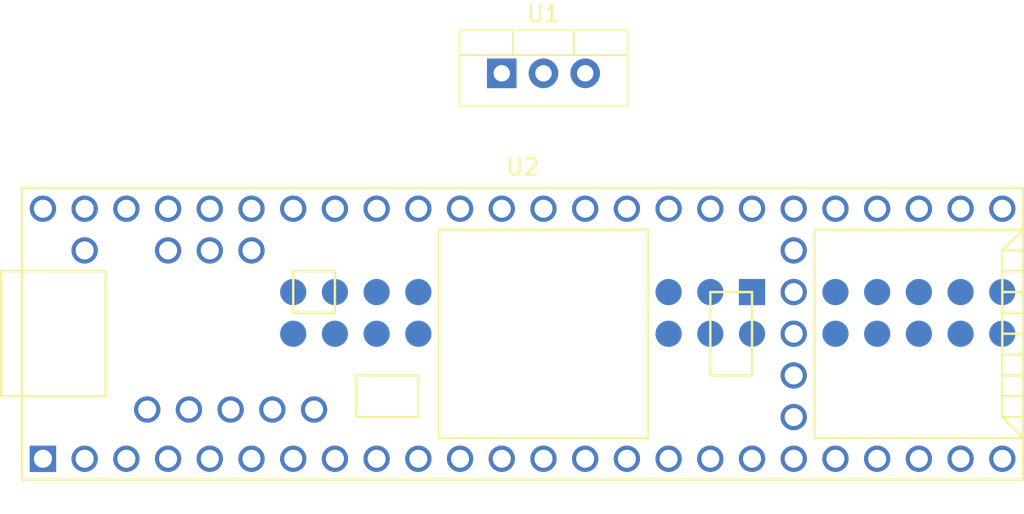
<source format=kicad_pcb>
(kicad_pcb (version 4) (host pcbnew 4.0.7-e2-6376~61~ubuntu18.04.1)

  (general
    (links 3)
    (no_connects 3)
    (area 115.929999 84.305 178.710001 116.01)
    (thickness 1.6)
    (drawings 0)
    (tracks 0)
    (zones 0)
    (modules 2)
    (nets 87)
  )

  (page A4)
  (layers
    (0 F.Cu signal)
    (31 B.Cu signal)
    (32 B.Adhes user)
    (33 F.Adhes user)
    (34 B.Paste user)
    (35 F.Paste user)
    (36 B.SilkS user)
    (37 F.SilkS user)
    (38 B.Mask user)
    (39 F.Mask user)
    (40 Dwgs.User user)
    (41 Cmts.User user)
    (42 Eco1.User user)
    (43 Eco2.User user)
    (44 Edge.Cuts user)
    (45 Margin user)
    (46 B.CrtYd user)
    (47 F.CrtYd user)
    (48 B.Fab user)
    (49 F.Fab user)
  )

  (setup
    (last_trace_width 0.25)
    (trace_clearance 0.2)
    (zone_clearance 0.508)
    (zone_45_only no)
    (trace_min 0.2)
    (segment_width 0.2)
    (edge_width 0.15)
    (via_size 0.6)
    (via_drill 0.4)
    (via_min_size 0.4)
    (via_min_drill 0.3)
    (uvia_size 0.3)
    (uvia_drill 0.1)
    (uvias_allowed no)
    (uvia_min_size 0.2)
    (uvia_min_drill 0.1)
    (pcb_text_width 0.3)
    (pcb_text_size 1.5 1.5)
    (mod_edge_width 0.15)
    (mod_text_size 1 1)
    (mod_text_width 0.15)
    (pad_size 1.6 1.6)
    (pad_drill 0)
    (pad_to_mask_clearance 0.2)
    (aux_axis_origin 0 0)
    (visible_elements FFFFFF7F)
    (pcbplotparams
      (layerselection 0x00030_80000001)
      (usegerberextensions false)
      (excludeedgelayer true)
      (linewidth 0.100000)
      (plotframeref false)
      (viasonmask false)
      (mode 1)
      (useauxorigin false)
      (hpglpennumber 1)
      (hpglpenspeed 20)
      (hpglpendiameter 15)
      (hpglpenoverlay 2)
      (psnegative false)
      (psa4output false)
      (plotreference true)
      (plotvalue true)
      (plotinvisibletext false)
      (padsonsilk false)
      (subtractmaskfromsilk false)
      (outputformat 1)
      (mirror false)
      (drillshape 1)
      (scaleselection 1)
      (outputdirectory ""))
  )

  (net 0 "")
  (net 1 GND)
  (net 2 VCC)
  (net 3 +12V)
  (net 4 "Net-(U2-Pad17)")
  (net 5 "Net-(U2-Pad18)")
  (net 6 "Net-(U2-Pad19)")
  (net 7 "Net-(U2-Pad20)")
  (net 8 "Net-(U2-Pad16)")
  (net 9 "Net-(U2-Pad15)")
  (net 10 "Net-(U2-Pad14)")
  (net 11 "Net-(U2-Pad21)")
  (net 12 "Net-(U2-Pad22)")
  (net 13 "Net-(U2-Pad23)")
  (net 14 "Net-(U2-Pad24)")
  (net 15 "Net-(U2-Pad25)")
  (net 16 "Net-(U2-Pad26)")
  (net 17 "Net-(U2-Pad27)")
  (net 18 "Net-(U2-Pad28)")
  (net 19 "Net-(U2-Pad29)")
  (net 20 "Net-(U2-Pad30)")
  (net 21 "Net-(U2-Pad31)")
  (net 22 "Net-(U2-Pad32)")
  (net 23 "Net-(U2-Pad33)")
  (net 24 "Net-(U2-Pad34)")
  (net 25 "Net-(U2-Pad35)")
  (net 26 "Net-(U2-Pad36)")
  (net 27 "Net-(U2-Pad37)")
  (net 28 "Net-(U2-Pad13)")
  (net 29 "Net-(U2-Pad12)")
  (net 30 "Net-(U2-Pad11)")
  (net 31 "Net-(U2-Pad10)")
  (net 32 "Net-(U2-Pad9)")
  (net 33 "Net-(U2-Pad8)")
  (net 34 /PWM_4)
  (net 35 /PWM_3)
  (net 36 /PWM_2)
  (net 37 /PWM_1)
  (net 38 "Net-(U2-Pad3)")
  (net 39 "Net-(U2-Pad2)")
  (net 40 "Net-(U2-Pad38)")
  (net 41 "Net-(U2-Pad39)")
  (net 42 "Net-(U2-Pad40)")
  (net 43 "Net-(U2-Pad41)")
  (net 44 "Net-(U2-Pad42)")
  (net 45 "Net-(U2-Pad43)")
  (net 46 "Net-(U2-Pad44)")
  (net 47 "Net-(U2-Pad45)")
  (net 48 "Net-(U2-Pad46)")
  (net 49 "Net-(U2-Pad47)")
  (net 50 "Net-(U2-Pad48)")
  (net 51 "Net-(U2-Pad49)")
  (net 52 "Net-(U2-Pad50)")
  (net 53 "Net-(U2-Pad51)")
  (net 54 "Net-(U2-Pad52)")
  (net 55 "Net-(U2-Pad53)")
  (net 56 "Net-(U2-Pad54)")
  (net 57 "Net-(U2-Pad55)")
  (net 58 "Net-(U2-Pad56)")
  (net 59 "Net-(U2-Pad57)")
  (net 60 "Net-(U2-Pad63)")
  (net 61 "Net-(U2-Pad64)")
  (net 62 "Net-(U2-Pad65)")
  (net 63 "Net-(U2-Pad66)")
  (net 64 "Net-(U2-Pad67)")
  (net 65 "Net-(U2-Pad68)")
  (net 66 "Net-(U2-Pad69)")
  (net 67 "Net-(U2-Pad70)")
  (net 68 "Net-(U2-Pad71)")
  (net 69 "Net-(U2-Pad72)")
  (net 70 "Net-(U2-Pad73)")
  (net 71 "Net-(U2-Pad76)")
  (net 72 "Net-(U2-Pad77)")
  (net 73 "Net-(U2-Pad78)")
  (net 74 "Net-(U2-Pad79)")
  (net 75 "Net-(U2-Pad80)")
  (net 76 "Net-(U2-Pad81)")
  (net 77 "Net-(U2-Pad82)")
  (net 78 "Net-(U2-Pad83)")
  (net 79 "Net-(U2-Pad84)")
  (net 80 "Net-(U2-Pad85)")
  (net 81 "Net-(U2-Pad86)")
  (net 82 "Net-(U2-Pad58)")
  (net 83 "Net-(U2-Pad59)")
  (net 84 "Net-(U2-Pad60)")
  (net 85 "Net-(U2-Pad61)")
  (net 86 "Net-(U2-Pad62)")

  (net_class Default "This is the default net class."
    (clearance 0.2)
    (trace_width 0.25)
    (via_dia 0.6)
    (via_drill 0.4)
    (uvia_dia 0.3)
    (uvia_drill 0.1)
    (add_net +12V)
    (add_net /PWM_1)
    (add_net /PWM_2)
    (add_net /PWM_3)
    (add_net /PWM_4)
    (add_net GND)
    (add_net "Net-(U2-Pad10)")
    (add_net "Net-(U2-Pad11)")
    (add_net "Net-(U2-Pad12)")
    (add_net "Net-(U2-Pad13)")
    (add_net "Net-(U2-Pad14)")
    (add_net "Net-(U2-Pad15)")
    (add_net "Net-(U2-Pad16)")
    (add_net "Net-(U2-Pad17)")
    (add_net "Net-(U2-Pad18)")
    (add_net "Net-(U2-Pad19)")
    (add_net "Net-(U2-Pad2)")
    (add_net "Net-(U2-Pad20)")
    (add_net "Net-(U2-Pad21)")
    (add_net "Net-(U2-Pad22)")
    (add_net "Net-(U2-Pad23)")
    (add_net "Net-(U2-Pad24)")
    (add_net "Net-(U2-Pad25)")
    (add_net "Net-(U2-Pad26)")
    (add_net "Net-(U2-Pad27)")
    (add_net "Net-(U2-Pad28)")
    (add_net "Net-(U2-Pad29)")
    (add_net "Net-(U2-Pad3)")
    (add_net "Net-(U2-Pad30)")
    (add_net "Net-(U2-Pad31)")
    (add_net "Net-(U2-Pad32)")
    (add_net "Net-(U2-Pad33)")
    (add_net "Net-(U2-Pad34)")
    (add_net "Net-(U2-Pad35)")
    (add_net "Net-(U2-Pad36)")
    (add_net "Net-(U2-Pad37)")
    (add_net "Net-(U2-Pad38)")
    (add_net "Net-(U2-Pad39)")
    (add_net "Net-(U2-Pad40)")
    (add_net "Net-(U2-Pad41)")
    (add_net "Net-(U2-Pad42)")
    (add_net "Net-(U2-Pad43)")
    (add_net "Net-(U2-Pad44)")
    (add_net "Net-(U2-Pad45)")
    (add_net "Net-(U2-Pad46)")
    (add_net "Net-(U2-Pad47)")
    (add_net "Net-(U2-Pad48)")
    (add_net "Net-(U2-Pad49)")
    (add_net "Net-(U2-Pad50)")
    (add_net "Net-(U2-Pad51)")
    (add_net "Net-(U2-Pad52)")
    (add_net "Net-(U2-Pad53)")
    (add_net "Net-(U2-Pad54)")
    (add_net "Net-(U2-Pad55)")
    (add_net "Net-(U2-Pad56)")
    (add_net "Net-(U2-Pad57)")
    (add_net "Net-(U2-Pad58)")
    (add_net "Net-(U2-Pad59)")
    (add_net "Net-(U2-Pad60)")
    (add_net "Net-(U2-Pad61)")
    (add_net "Net-(U2-Pad62)")
    (add_net "Net-(U2-Pad63)")
    (add_net "Net-(U2-Pad64)")
    (add_net "Net-(U2-Pad65)")
    (add_net "Net-(U2-Pad66)")
    (add_net "Net-(U2-Pad67)")
    (add_net "Net-(U2-Pad68)")
    (add_net "Net-(U2-Pad69)")
    (add_net "Net-(U2-Pad70)")
    (add_net "Net-(U2-Pad71)")
    (add_net "Net-(U2-Pad72)")
    (add_net "Net-(U2-Pad73)")
    (add_net "Net-(U2-Pad76)")
    (add_net "Net-(U2-Pad77)")
    (add_net "Net-(U2-Pad78)")
    (add_net "Net-(U2-Pad79)")
    (add_net "Net-(U2-Pad8)")
    (add_net "Net-(U2-Pad80)")
    (add_net "Net-(U2-Pad81)")
    (add_net "Net-(U2-Pad82)")
    (add_net "Net-(U2-Pad83)")
    (add_net "Net-(U2-Pad84)")
    (add_net "Net-(U2-Pad85)")
    (add_net "Net-(U2-Pad86)")
    (add_net "Net-(U2-Pad9)")
    (add_net VCC)
  )

  (module TO_SOT_Packages_THT:TO-220-3_Vertical (layer F.Cu) (tedit 58CE52AD) (tstamp 5C507A1D)
    (at 146.685 88.9)
    (descr "TO-220-3, Vertical, RM 2.54mm")
    (tags "TO-220-3 Vertical RM 2.54mm")
    (path /5C4ED36A)
    (fp_text reference U1 (at 2.54 -3.62) (layer F.SilkS)
      (effects (font (size 1 1) (thickness 0.15)))
    )
    (fp_text value AZ1117-3.3 (at 2.54 3.92) (layer F.Fab)
      (effects (font (size 1 1) (thickness 0.15)))
    )
    (fp_text user %R (at 2.54 -3.62) (layer F.Fab)
      (effects (font (size 1 1) (thickness 0.15)))
    )
    (fp_line (start -2.46 -2.5) (end -2.46 1.9) (layer F.Fab) (width 0.1))
    (fp_line (start -2.46 1.9) (end 7.54 1.9) (layer F.Fab) (width 0.1))
    (fp_line (start 7.54 1.9) (end 7.54 -2.5) (layer F.Fab) (width 0.1))
    (fp_line (start 7.54 -2.5) (end -2.46 -2.5) (layer F.Fab) (width 0.1))
    (fp_line (start -2.46 -1.23) (end 7.54 -1.23) (layer F.Fab) (width 0.1))
    (fp_line (start 0.69 -2.5) (end 0.69 -1.23) (layer F.Fab) (width 0.1))
    (fp_line (start 4.39 -2.5) (end 4.39 -1.23) (layer F.Fab) (width 0.1))
    (fp_line (start -2.58 -2.62) (end 7.66 -2.62) (layer F.SilkS) (width 0.12))
    (fp_line (start -2.58 2.021) (end 7.66 2.021) (layer F.SilkS) (width 0.12))
    (fp_line (start -2.58 -2.62) (end -2.58 2.021) (layer F.SilkS) (width 0.12))
    (fp_line (start 7.66 -2.62) (end 7.66 2.021) (layer F.SilkS) (width 0.12))
    (fp_line (start -2.58 -1.11) (end 7.66 -1.11) (layer F.SilkS) (width 0.12))
    (fp_line (start 0.69 -2.62) (end 0.69 -1.11) (layer F.SilkS) (width 0.12))
    (fp_line (start 4.391 -2.62) (end 4.391 -1.11) (layer F.SilkS) (width 0.12))
    (fp_line (start -2.71 -2.75) (end -2.71 2.16) (layer F.CrtYd) (width 0.05))
    (fp_line (start -2.71 2.16) (end 7.79 2.16) (layer F.CrtYd) (width 0.05))
    (fp_line (start 7.79 2.16) (end 7.79 -2.75) (layer F.CrtYd) (width 0.05))
    (fp_line (start 7.79 -2.75) (end -2.71 -2.75) (layer F.CrtYd) (width 0.05))
    (pad 1 thru_hole rect (at 0 0) (size 1.8 1.8) (drill 1) (layers *.Cu *.Mask)
      (net 1 GND))
    (pad 2 thru_hole oval (at 2.54 0) (size 1.8 1.8) (drill 1) (layers *.Cu *.Mask)
      (net 2 VCC))
    (pad 3 thru_hole oval (at 5.08 0) (size 1.8 1.8) (drill 1) (layers *.Cu *.Mask)
      (net 3 +12V))
    (model ${KISYS3DMOD}/TO_SOT_Packages_THT.3dshapes/TO-220-3_Vertical.wrl
      (at (xyz 0.1 0 0))
      (scale (xyz 0.393701 0.393701 0.393701))
      (rotate (xyz 0 0 0))
    )
  )

  (module Teensy:Teensy35_36 (layer F.Cu) (tedit 5C507E64) (tstamp 5C507A77)
    (at 147.955 104.775)
    (path /5C4ED237)
    (fp_text reference U2 (at 0 -10.16) (layer F.SilkS)
      (effects (font (size 1 1) (thickness 0.15)))
    )
    (fp_text value Teensy3.6 (at 0 10.16) (layer F.Fab)
      (effects (font (size 1 1) (thickness 0.15)))
    )
    (fp_line (start -13.97 -3.81) (end -13.97 -1.27) (layer F.SilkS) (width 0.15))
    (fp_line (start -13.97 -1.27) (end -11.43 -1.27) (layer F.SilkS) (width 0.15))
    (fp_line (start -11.43 -1.27) (end -11.43 -3.81) (layer F.SilkS) (width 0.15))
    (fp_line (start -11.43 -3.81) (end -13.97 -3.81) (layer F.SilkS) (width 0.15))
    (fp_line (start -6.35 5.08) (end -10.16 5.08) (layer F.SilkS) (width 0.15))
    (fp_line (start -10.16 5.08) (end -10.16 2.54) (layer F.SilkS) (width 0.15))
    (fp_line (start -10.16 2.54) (end -6.35 2.54) (layer F.SilkS) (width 0.15))
    (fp_line (start -6.35 2.54) (end -6.35 5.08) (layer F.SilkS) (width 0.15))
    (fp_line (start 7.62 6.35) (end 7.62 -6.35) (layer F.SilkS) (width 0.15))
    (fp_line (start -5.08 -6.35) (end -5.08 6.35) (layer F.SilkS) (width 0.15))
    (fp_line (start -5.08 6.35) (end 7.62 6.35) (layer F.SilkS) (width 0.15))
    (fp_line (start -5.08 -6.35) (end 7.62 -6.35) (layer F.SilkS) (width 0.15))
    (fp_line (start 29.21 5.08) (end 30.48 5.08) (layer F.SilkS) (width 0.15))
    (fp_line (start 29.21 3.81) (end 30.48 3.81) (layer F.SilkS) (width 0.15))
    (fp_line (start 29.21 2.54) (end 30.48 2.54) (layer F.SilkS) (width 0.15))
    (fp_line (start 29.21 1.27) (end 30.48 1.27) (layer F.SilkS) (width 0.15))
    (fp_line (start 29.21 0) (end 30.48 0) (layer F.SilkS) (width 0.15))
    (fp_line (start 29.21 -1.27) (end 30.48 -1.27) (layer F.SilkS) (width 0.15))
    (fp_line (start 29.21 -2.54) (end 30.48 -2.54) (layer F.SilkS) (width 0.15))
    (fp_line (start 29.21 -3.81) (end 30.48 -3.81) (layer F.SilkS) (width 0.15))
    (fp_line (start 29.21 -5.08) (end 30.48 -5.08) (layer F.SilkS) (width 0.15))
    (fp_line (start 30.48 6.35) (end 29.21 5.08) (layer F.SilkS) (width 0.15))
    (fp_line (start 29.21 5.08) (end 29.21 -5.08) (layer F.SilkS) (width 0.15))
    (fp_line (start 29.21 -5.08) (end 30.48 -6.35) (layer F.SilkS) (width 0.15))
    (fp_line (start 30.48 -6.35) (end 17.78 -6.35) (layer F.SilkS) (width 0.15))
    (fp_line (start 17.78 -6.35) (end 17.78 6.35) (layer F.SilkS) (width 0.15))
    (fp_line (start 17.78 6.35) (end 30.48 6.35) (layer F.SilkS) (width 0.15))
    (fp_line (start 30.48 -8.89) (end -30.48 -8.89) (layer F.SilkS) (width 0.15))
    (fp_line (start -30.48 8.89) (end 30.48 8.89) (layer F.SilkS) (width 0.15))
    (fp_line (start -30.48 3.81) (end -31.75 3.81) (layer F.SilkS) (width 0.15))
    (fp_line (start -31.75 3.81) (end -31.75 -3.81) (layer F.SilkS) (width 0.15))
    (fp_line (start -31.75 -3.81) (end -30.48 -3.81) (layer F.SilkS) (width 0.15))
    (fp_line (start -25.4 3.81) (end -25.4 -3.81) (layer F.SilkS) (width 0.15))
    (fp_line (start -25.4 -3.81) (end -30.48 -3.81) (layer F.SilkS) (width 0.15))
    (fp_line (start -25.4 3.81) (end -30.48 3.81) (layer F.SilkS) (width 0.15))
    (fp_line (start 13.97 -2.54) (end 13.97 2.54) (layer F.SilkS) (width 0.15))
    (fp_line (start 13.97 2.54) (end 11.43 2.54) (layer F.SilkS) (width 0.15))
    (fp_line (start 11.43 2.54) (end 11.43 -2.54) (layer F.SilkS) (width 0.15))
    (fp_line (start 11.43 -2.54) (end 13.97 -2.54) (layer F.SilkS) (width 0.15))
    (fp_line (start 30.48 -8.89) (end 30.48 8.89) (layer F.SilkS) (width 0.15))
    (fp_line (start -30.48 8.89) (end -30.48 -8.89) (layer F.SilkS) (width 0.15))
    (pad 17 thru_hole circle (at 11.43 7.62) (size 1.6 1.6) (drill 1.1) (layers *.Cu *.Mask)
      (net 4 "Net-(U2-Pad17)"))
    (pad 18 thru_hole circle (at 13.97 7.62) (size 1.6 1.6) (drill 1.1) (layers *.Cu *.Mask)
      (net 5 "Net-(U2-Pad18)"))
    (pad 19 thru_hole circle (at 16.51 7.62) (size 1.6 1.6) (drill 1.1) (layers *.Cu *.Mask)
      (net 6 "Net-(U2-Pad19)"))
    (pad 20 thru_hole circle (at 19.05 7.62) (size 1.6 1.6) (drill 1.1) (layers *.Cu *.Mask)
      (net 7 "Net-(U2-Pad20)"))
    (pad 16 thru_hole circle (at 8.89 7.62) (size 1.6 1.6) (drill 1.1) (layers *.Cu *.Mask)
      (net 8 "Net-(U2-Pad16)"))
    (pad 15 thru_hole circle (at 6.35 7.62) (size 1.6 1.6) (drill 1.1) (layers *.Cu *.Mask)
      (net 9 "Net-(U2-Pad15)"))
    (pad 14 thru_hole circle (at 3.81 7.62) (size 1.6 1.6) (drill 1.1) (layers *.Cu *.Mask)
      (net 10 "Net-(U2-Pad14)"))
    (pad 21 thru_hole circle (at 21.59 7.62) (size 1.6 1.6) (drill 1.1) (layers *.Cu *.Mask)
      (net 11 "Net-(U2-Pad21)"))
    (pad 22 thru_hole circle (at 24.13 7.62) (size 1.6 1.6) (drill 1.1) (layers *.Cu *.Mask)
      (net 12 "Net-(U2-Pad22)"))
    (pad 23 thru_hole circle (at 26.67 7.62) (size 1.6 1.6) (drill 1.1) (layers *.Cu *.Mask)
      (net 13 "Net-(U2-Pad23)"))
    (pad 24 thru_hole circle (at 29.21 7.62) (size 1.6 1.6) (drill 1.1) (layers *.Cu *.Mask)
      (net 14 "Net-(U2-Pad24)"))
    (pad 25 thru_hole circle (at 16.51 5.08) (size 1.6 1.6) (drill 1.1) (layers *.Cu *.Mask)
      (net 15 "Net-(U2-Pad25)"))
    (pad 26 thru_hole circle (at 16.51 2.54) (size 1.6 1.6) (drill 1.1) (layers *.Cu *.Mask)
      (net 16 "Net-(U2-Pad26)"))
    (pad 27 thru_hole circle (at 16.51 0) (size 1.6 1.6) (drill 1.1) (layers *.Cu *.Mask)
      (net 17 "Net-(U2-Pad27)"))
    (pad 28 thru_hole circle (at 16.51 -2.54) (size 1.6 1.6) (drill 1.1) (layers *.Cu *.Mask)
      (net 18 "Net-(U2-Pad28)"))
    (pad 29 thru_hole circle (at 16.51 -5.08) (size 1.6 1.6) (drill 1.1) (layers *.Cu *.Mask)
      (net 19 "Net-(U2-Pad29)"))
    (pad 30 thru_hole circle (at 29.21 -7.62) (size 1.6 1.6) (drill 1.1) (layers *.Cu *.Mask)
      (net 20 "Net-(U2-Pad30)"))
    (pad 31 thru_hole circle (at 26.67 -7.62) (size 1.6 1.6) (drill 1.1) (layers *.Cu *.Mask)
      (net 21 "Net-(U2-Pad31)"))
    (pad 32 thru_hole circle (at 24.13 -7.62) (size 1.6 1.6) (drill 1.1) (layers *.Cu *.Mask)
      (net 22 "Net-(U2-Pad32)"))
    (pad 33 thru_hole circle (at 21.59 -7.62) (size 1.6 1.6) (drill 1.1) (layers *.Cu *.Mask)
      (net 23 "Net-(U2-Pad33)"))
    (pad 34 thru_hole circle (at 19.05 -7.62) (size 1.6 1.6) (drill 1.1) (layers *.Cu *.Mask)
      (net 24 "Net-(U2-Pad34)"))
    (pad 35 thru_hole circle (at 16.51 -7.62) (size 1.6 1.6) (drill 1.1) (layers *.Cu *.Mask)
      (net 25 "Net-(U2-Pad35)"))
    (pad 36 thru_hole circle (at 13.97 -7.62) (size 1.6 1.6) (drill 1.1) (layers *.Cu *.Mask)
      (net 26 "Net-(U2-Pad36)"))
    (pad 37 thru_hole circle (at 11.43 -7.62) (size 1.6 1.6) (drill 1.1) (layers *.Cu *.Mask)
      (net 27 "Net-(U2-Pad37)"))
    (pad 13 thru_hole circle (at 1.27 7.62) (size 1.6 1.6) (drill 1.1) (layers *.Cu *.Mask)
      (net 28 "Net-(U2-Pad13)"))
    (pad 12 thru_hole circle (at -1.27 7.62) (size 1.6 1.6) (drill 1.1) (layers *.Cu *.Mask)
      (net 29 "Net-(U2-Pad12)"))
    (pad 11 thru_hole circle (at -3.81 7.62) (size 1.6 1.6) (drill 1.1) (layers *.Cu *.Mask)
      (net 30 "Net-(U2-Pad11)"))
    (pad 10 thru_hole circle (at -6.35 7.62) (size 1.6 1.6) (drill 1.1) (layers *.Cu *.Mask)
      (net 31 "Net-(U2-Pad10)"))
    (pad 9 thru_hole circle (at -8.89 7.62) (size 1.6 1.6) (drill 1.1) (layers *.Cu *.Mask)
      (net 32 "Net-(U2-Pad9)"))
    (pad 8 thru_hole circle (at -11.43 7.62) (size 1.6 1.6) (drill 1.1) (layers *.Cu *.Mask)
      (net 33 "Net-(U2-Pad8)"))
    (pad 7 thru_hole circle (at -13.97 7.62) (size 1.6 1.6) (drill 1.1) (layers *.Cu *.Mask)
      (net 34 /PWM_4))
    (pad 6 thru_hole circle (at -16.51 7.62) (size 1.6 1.6) (drill 1.1) (layers *.Cu *.Mask)
      (net 35 /PWM_3))
    (pad 5 thru_hole circle (at -19.05 7.62) (size 1.6 1.6) (drill 1.1) (layers *.Cu *.Mask)
      (net 36 /PWM_2))
    (pad 4 thru_hole circle (at -21.59 7.62) (size 1.6 1.6) (drill 1.1) (layers *.Cu *.Mask)
      (net 37 /PWM_1))
    (pad 3 thru_hole circle (at -24.13 7.62) (size 1.6 1.6) (drill 1.1) (layers *.Cu *.Mask)
      (net 38 "Net-(U2-Pad3)"))
    (pad 2 thru_hole circle (at -26.67 7.62) (size 1.6 1.6) (drill 1.1) (layers *.Cu *.Mask)
      (net 39 "Net-(U2-Pad2)"))
    (pad 1 thru_hole rect (at -29.21 7.62) (size 1.6 1.6) (drill 1.1) (layers *.Cu *.Mask)
      (net 1 GND))
    (pad 38 thru_hole circle (at 8.89 -7.62) (size 1.6 1.6) (drill 1.1) (layers *.Cu *.Mask)
      (net 40 "Net-(U2-Pad38)"))
    (pad 39 thru_hole circle (at 6.35 -7.62) (size 1.6 1.6) (drill 1.1) (layers *.Cu *.Mask)
      (net 41 "Net-(U2-Pad39)"))
    (pad 40 thru_hole circle (at 3.81 -7.62) (size 1.6 1.6) (drill 1.1) (layers *.Cu *.Mask)
      (net 42 "Net-(U2-Pad40)"))
    (pad 41 thru_hole circle (at 1.27 -7.62) (size 1.6 1.6) (drill 1.1) (layers *.Cu *.Mask)
      (net 43 "Net-(U2-Pad41)"))
    (pad 42 thru_hole circle (at -1.27 -7.62) (size 1.6 1.6) (drill 1.1) (layers *.Cu *.Mask)
      (net 44 "Net-(U2-Pad42)"))
    (pad 43 thru_hole circle (at -3.81 -7.62) (size 1.6 1.6) (drill 1.1) (layers *.Cu *.Mask)
      (net 45 "Net-(U2-Pad43)"))
    (pad 44 thru_hole circle (at -6.35 -7.62) (size 1.6 1.6) (drill 1.1) (layers *.Cu *.Mask)
      (net 46 "Net-(U2-Pad44)"))
    (pad 45 thru_hole circle (at -8.89 -7.62) (size 1.6 1.6) (drill 1.1) (layers *.Cu *.Mask)
      (net 47 "Net-(U2-Pad45)"))
    (pad 46 thru_hole circle (at -11.43 -7.62) (size 1.6 1.6) (drill 1.1) (layers *.Cu *.Mask)
      (net 48 "Net-(U2-Pad46)"))
    (pad 47 thru_hole circle (at -13.97 -7.62) (size 1.6 1.6) (drill 1.1) (layers *.Cu *.Mask)
      (net 49 "Net-(U2-Pad47)"))
    (pad 48 thru_hole circle (at -16.51 -7.62) (size 1.6 1.6) (drill 1.1) (layers *.Cu *.Mask)
      (net 50 "Net-(U2-Pad48)"))
    (pad 49 thru_hole circle (at -19.05 -7.62) (size 1.6 1.6) (drill 1.1) (layers *.Cu *.Mask)
      (net 51 "Net-(U2-Pad49)"))
    (pad 50 thru_hole circle (at -21.59 -7.62) (size 1.6 1.6) (drill 1.1) (layers *.Cu *.Mask)
      (net 52 "Net-(U2-Pad50)"))
    (pad 51 thru_hole circle (at -24.13 -7.62) (size 1.6 1.6) (drill 1.1) (layers *.Cu *.Mask)
      (net 53 "Net-(U2-Pad51)"))
    (pad 52 thru_hole circle (at -26.67 -7.62) (size 1.6 1.6) (drill 1.1) (layers *.Cu *.Mask)
      (net 54 "Net-(U2-Pad52)"))
    (pad 53 thru_hole circle (at -29.21 -7.62) (size 1.6 1.6) (drill 1.1) (layers *.Cu *.Mask)
      (net 55 "Net-(U2-Pad53)"))
    (pad 54 thru_hole circle (at -26.67 -5.08) (size 1.6 1.6) (drill 1.1) (layers *.Cu *.Mask)
      (net 56 "Net-(U2-Pad54)"))
    (pad 55 thru_hole circle (at -21.59 -5.08) (size 1.6 1.6) (drill 1.1) (layers *.Cu *.Mask)
      (net 57 "Net-(U2-Pad55)"))
    (pad 56 thru_hole circle (at -19.05 -5.08) (size 1.6 1.6) (drill 1.1) (layers *.Cu *.Mask)
      (net 58 "Net-(U2-Pad56)"))
    (pad 57 thru_hole circle (at -16.51 -5.08) (size 1.6 1.6) (drill 1.1) (layers *.Cu *.Mask)
      (net 59 "Net-(U2-Pad57)"))
    (pad 63 smd circle (at -13.97 0) (size 1.6 1.6) (layers B.Cu F.Paste F.Mask)
      (net 60 "Net-(U2-Pad63)"))
    (pad 64 smd circle (at -11.43 0) (size 1.6 1.6) (layers B.Cu F.Paste F.Mask)
      (net 61 "Net-(U2-Pad64)"))
    (pad 65 smd circle (at -8.89 0) (size 1.6 1.6) (layers B.Cu F.Paste F.Mask)
      (net 62 "Net-(U2-Pad65)"))
    (pad 66 smd circle (at -6.35 0) (size 1.6 1.6) (layers B.Cu F.Paste F.Mask)
      (net 63 "Net-(U2-Pad66)"))
    (pad 67 smd circle (at 8.89 0) (size 1.6 1.6) (layers B.Cu F.Paste F.Mask)
      (net 64 "Net-(U2-Pad67)"))
    (pad 68 smd circle (at 11.43 0) (size 1.6 1.6) (layers B.Cu F.Paste F.Mask)
      (net 65 "Net-(U2-Pad68)"))
    (pad 69 smd circle (at 13.97 0) (size 1.6 1.6) (layers B.Cu F.Paste F.Mask)
      (net 66 "Net-(U2-Pad69)"))
    (pad 70 smd circle (at 19.05 0) (size 1.6 1.6) (layers B.Cu F.Paste F.Mask)
      (net 67 "Net-(U2-Pad70)"))
    (pad 71 smd circle (at 21.59 0) (size 1.6 1.6) (layers B.Cu F.Paste F.Mask)
      (net 68 "Net-(U2-Pad71)"))
    (pad 72 smd circle (at 24.13 0) (size 1.6 1.6) (layers B.Cu F.Paste F.Mask)
      (net 69 "Net-(U2-Pad72)"))
    (pad 73 smd circle (at 26.67 0) (size 1.6 1.6) (layers B.Cu F.Paste F.Mask)
      (net 70 "Net-(U2-Pad73)"))
    (pad 74 smd circle (at 29.21 0) (size 1.6 1.6) (layers B.Cu F.Paste F.Mask)
      (net 1 GND))
    (pad 75 smd circle (at 29.21 -2.54) (size 1.6 1.6) (layers B.Cu F.Paste F.Mask)
      (net 2 VCC))
    (pad 76 smd circle (at 26.67 -2.54) (size 1.6 1.6) (layers B.Cu F.Paste F.Mask)
      (net 71 "Net-(U2-Pad76)"))
    (pad 77 smd circle (at 24.13 -2.54) (size 1.6 1.6) (layers B.Cu F.Paste F.Mask)
      (net 72 "Net-(U2-Pad77)"))
    (pad 78 smd circle (at 21.59 -2.54) (size 1.6 1.6) (layers B.Cu F.Paste F.Mask)
      (net 73 "Net-(U2-Pad78)"))
    (pad 79 smd circle (at 19.05 -2.54) (size 1.6 1.6) (layers B.Cu F.Paste F.Mask)
      (net 74 "Net-(U2-Pad79)"))
    (pad 80 smd rect (at 13.97 -2.54) (size 1.6 1.6) (layers B.Cu F.Paste F.Mask)
      (net 75 "Net-(U2-Pad80)"))
    (pad 81 smd circle (at 11.43 -2.54) (size 1.6 1.6) (layers B.Cu F.Paste F.Mask)
      (net 76 "Net-(U2-Pad81)"))
    (pad 82 smd circle (at 8.89 -2.54) (size 1.6 1.6) (layers B.Cu F.Paste F.Mask)
      (net 77 "Net-(U2-Pad82)"))
    (pad 83 smd circle (at -6.35 -2.54) (size 1.6 1.6) (layers B.Cu F.Paste F.Mask)
      (net 78 "Net-(U2-Pad83)"))
    (pad 84 smd circle (at -8.89 -2.54) (size 1.6 1.6) (layers B.Cu F.Paste F.Mask)
      (net 79 "Net-(U2-Pad84)"))
    (pad 85 smd circle (at -11.43 -2.54) (size 1.6 1.6) (layers B.Cu F.Paste F.Mask)
      (net 80 "Net-(U2-Pad85)"))
    (pad 86 smd circle (at -13.97 -2.54) (size 1.6 1.6) (layers B.Cu F.Paste F.Mask)
      (net 81 "Net-(U2-Pad86)"))
    (pad 58 thru_hole circle (at -22.86 4.62) (size 1.6 1.6) (drill 1.1) (layers *.Cu *.Mask)
      (net 82 "Net-(U2-Pad58)"))
    (pad 59 thru_hole circle (at -20.32 4.62) (size 1.6 1.6) (drill 1.1) (layers *.Cu *.Mask)
      (net 83 "Net-(U2-Pad59)"))
    (pad 60 thru_hole circle (at -17.78 4.62) (size 1.6 1.6) (drill 1.1) (layers *.Cu *.Mask)
      (net 84 "Net-(U2-Pad60)"))
    (pad 61 thru_hole circle (at -15.24 4.62) (size 1.6 1.6) (drill 1.1) (layers *.Cu *.Mask)
      (net 85 "Net-(U2-Pad61)"))
    (pad 62 thru_hole circle (at -12.7 4.62) (size 1.6 1.6) (drill 1.1) (layers *.Cu *.Mask)
      (net 86 "Net-(U2-Pad62)"))
  )

)

</source>
